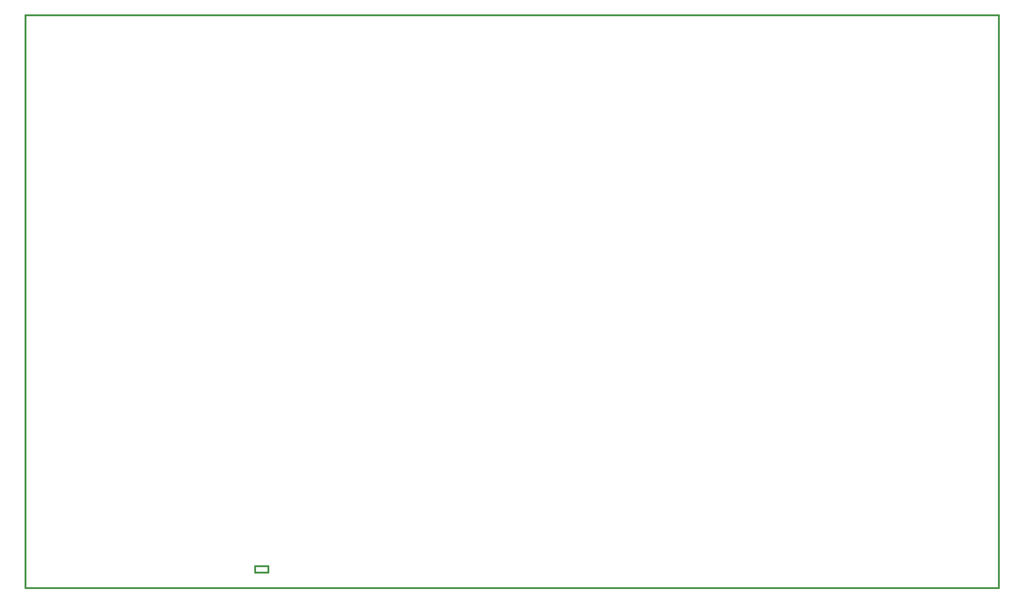
<source format=gko>
%FSLAX33Y33*%
%MOMM*%
%ADD10C,0.381*%
D10*
%LNpath-145*%
G01*
X0Y0D02*
X218200Y0D01*
X218200Y128500*
X0Y128500*
X0Y0*
X51475Y3425D02*
X54475Y3425D01*
X54475Y4925*
X51475Y4925*
X51475Y3425*
%LNmechanical details_traces*%
M02*
</source>
